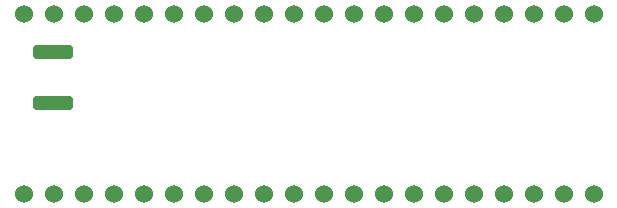
<source format=gbr>
%TF.GenerationSoftware,KiCad,Pcbnew,7.0.2*%
%TF.CreationDate,2023-06-20T04:44:58+07:00*%
%TF.ProjectId,STM32L431RCT6_prototype_board,53544d33-324c-4343-9331-524354365f70,rev?*%
%TF.SameCoordinates,Original*%
%TF.FileFunction,Soldermask,Bot*%
%TF.FilePolarity,Negative*%
%FSLAX46Y46*%
G04 Gerber Fmt 4.6, Leading zero omitted, Abs format (unit mm)*
G04 Created by KiCad (PCBNEW 7.0.2) date 2023-06-20 04:44:58*
%MOMM*%
%LPD*%
G01*
G04 APERTURE LIST*
G04 Aperture macros list*
%AMRoundRect*
0 Rectangle with rounded corners*
0 $1 Rounding radius*
0 $2 $3 $4 $5 $6 $7 $8 $9 X,Y pos of 4 corners*
0 Add a 4 corners polygon primitive as box body*
4,1,4,$2,$3,$4,$5,$6,$7,$8,$9,$2,$3,0*
0 Add four circle primitives for the rounded corners*
1,1,$1+$1,$2,$3*
1,1,$1+$1,$4,$5*
1,1,$1+$1,$6,$7*
1,1,$1+$1,$8,$9*
0 Add four rect primitives between the rounded corners*
20,1,$1+$1,$2,$3,$4,$5,0*
20,1,$1+$1,$4,$5,$6,$7,0*
20,1,$1+$1,$6,$7,$8,$9,0*
20,1,$1+$1,$8,$9,$2,$3,0*%
G04 Aperture macros list end*
%ADD10C,1.524000*%
%ADD11RoundRect,0.250000X-1.450000X0.312500X-1.450000X-0.312500X1.450000X-0.312500X1.450000X0.312500X0*%
G04 APERTURE END LIST*
D10*
%TO.C,J2*%
X159000000Y-70000000D03*
X161540000Y-70000000D03*
X164080000Y-70000000D03*
X166620000Y-70000000D03*
X169160000Y-70000000D03*
X171700000Y-70000000D03*
X174240000Y-70000000D03*
X176780000Y-70000000D03*
X179320000Y-70000000D03*
X181860000Y-70000000D03*
X184400000Y-70000000D03*
X186940000Y-70000000D03*
X189480000Y-70000000D03*
X192020000Y-70000000D03*
X194560000Y-70000000D03*
X197100000Y-70000000D03*
X199640000Y-70000000D03*
X202180000Y-70000000D03*
X204720000Y-70000000D03*
X207260000Y-70000000D03*
X207260000Y-54760000D03*
X204720000Y-54760000D03*
X202180000Y-54760000D03*
X199640000Y-54760000D03*
X197100000Y-54760000D03*
X194560000Y-54760000D03*
X192020000Y-54760000D03*
X189480000Y-54760000D03*
X186940000Y-54760000D03*
X184400000Y-54760000D03*
X181860000Y-54760000D03*
X179320000Y-54760000D03*
X176780000Y-54760000D03*
X174240000Y-54760000D03*
X171700000Y-54760000D03*
X169160000Y-54760000D03*
X166620000Y-54760000D03*
X164080000Y-54760000D03*
X161540000Y-54760000D03*
X159000000Y-54760000D03*
%TD*%
D11*
%TO.C,F1*%
X161450000Y-58000000D03*
X161450000Y-62275000D03*
%TD*%
M02*

</source>
